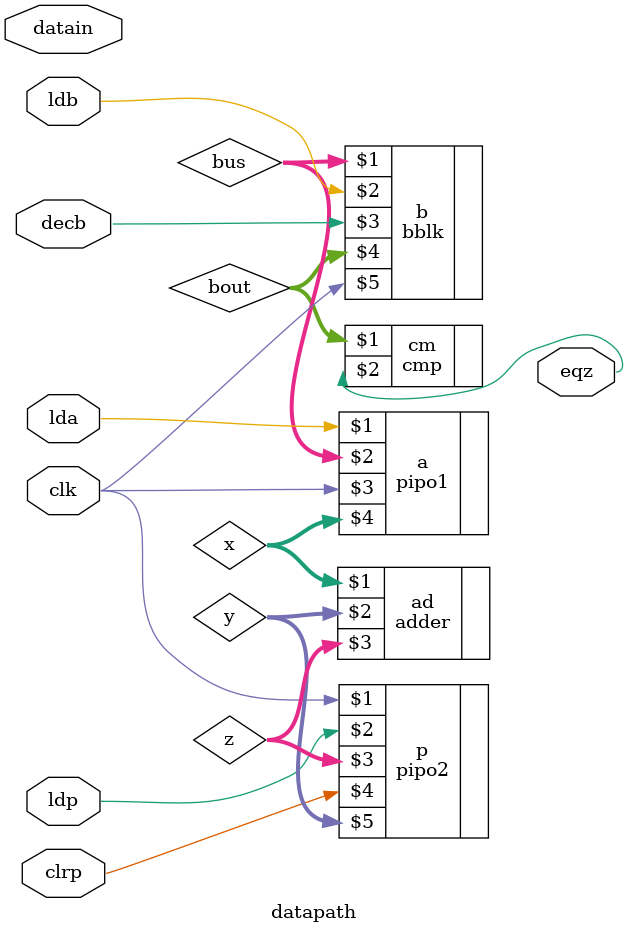
<source format=v>
module datapath(lda,ldb,ldp,clrp,decb,datain,clk,eqz);
input lda,ldb,ldp,clrp,decb,clk;
input[15:0] datain;
output eqz;
wire[15:0] x,y,z,bus,bout;
pipo1 a(lda,bus,clk,x);
pipo2 p(clk,ldp,z,clrp,y);
adder ad(x,y,z);
bblk b(bus,ldb,decb,bout,clk);
cmp cm(bout,eqz);
endmodule


</source>
